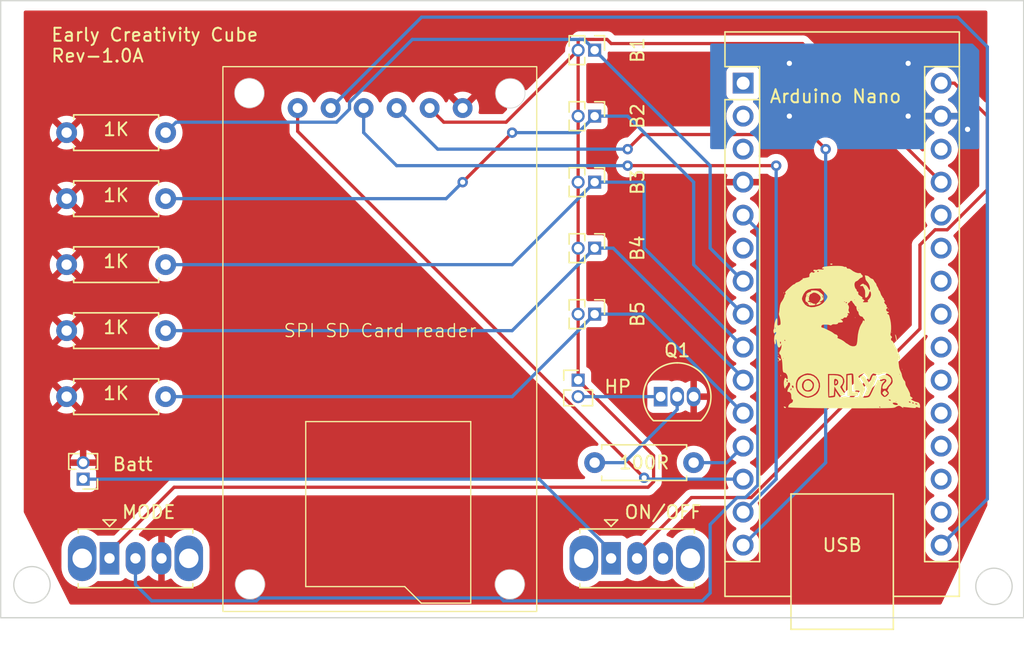
<source format=kicad_pcb>
(kicad_pcb (version 20221018) (generator pcbnew)
  (layers (0 "F.Cu" signal) (31 "B.Cu" signal) (34 "B.Paste" user) (35 "F.Paste" user) (36 "B.SilkS" user "B.Silkscreen") (37 "F.SilkS" user "F.Silkscreen") (38 "B.Mask" user) (39 "F.Mask" user) (44 "Edge.Cuts" user))
  (net 0 "")
  (net 4 "GND")
  (net 5 "Net-(A1-D2)")
  (net 7 "Net-(A1-D4)")
  (net 8 "Net-(A1-D5)")
  (net 9 "Net-(A1-D6)")
  (net 10 "Net-(A1-D7)")
  (net 11 "Net-(A1-D8)")
  (net 12 "Net-(A1-D9)")
  (net 13 "Net-(A1-D10)")
  (net 14 "Net-(A1-MOSI)")
  (net 15 "Net-(A1-MISO)")
  (net 16 "Net-(A1-SCK)")
  (net 27 "/VCC")
  (net 29 "/Vin")
  (net 30 "Net-(Q1-C)")
  (net 31 "Net-(Q1-B)")
  (net 33 "Net-(BT1-+)")
  (footprint "Resistor_THT:R_Axial_DIN0207_L6.3mm_D2.5mm_P7.62mm_Horizontal" (layer "F.Cu") (at 100.33 67.31)
    (fp_text reference "1K" (at 3.81 -0.254) (layer "F.SilkS"))
    (fp_text value "1k")
    (pad "1" thru_hole circle (at 0 0) (size 1.6 1.6) (drill 0.8) (layers "*.Cu" "*.Mask") (net 4 "GND"))
    (pad "2" thru_hole oval (at 7.62 0) (size 1.6 1.6) (drill 0.8) (layers "*.Cu" "*.Mask") (net 8 "Net-(A1-D5)"))
  )
  (footprint "Button_Switch_THT:SW_Slide_1P2T_CK_OS102011MS2Q" (layer "F.Cu") (at 103.628 94.996)
    (fp_text reference "MODE" (at 3.016 -3.556) (layer "F.SilkS"))
    (fp_text value "SW_SPDT")
    (pad "" thru_hole oval (at -2.1 0) (size 2.2 3.5) (drill 1.5) (layers "*.Cu" "*.Mask"))
    (pad "" thru_hole oval (at 6.1 0) (size 2.2 3.5) (drill 1.5) (layers "*.Cu" "*.Mask"))
    (pad "1" thru_hole rect (at 0 0) (size 1.5 2.5) (drill 0.8) (layers "*.Cu" "*.Mask") (net 27 "/VCC"))
    (pad "2" thru_hole oval (at 2 0) (size 1.5 2.5) (drill 0.8) (layers "*.Cu" "*.Mask") (net 5 "Net-(A1-D2)"))
    (pad "3" thru_hole oval (at 4 0) (size 1.5 2.5) (drill 0.8) (layers "*.Cu" "*.Mask") (net 4 "GND"))
  )
  (footprint "Connector_PinHeader_1.27mm:PinHeader_1x02_P1.27mm_Vertical" (layer "F.Cu") (at 140.97 76.2 -90)
    (fp_text reference "B5" (at 0 -3.302 90) (layer "F.SilkS"))
    (fp_text value "SW_Push")
    (pad "1" thru_hole rect (at 0 0 270) (size 1 1) (drill 0.65) (layers "*.Cu" "*.Mask") (net 11 "Net-(A1-D8)"))
    (pad "2" thru_hole oval (at 0 1.27 270) (size 1 1) (drill 0.65) (layers "*.Cu" "*.Mask") (net 27 "/VCC"))
  )
  (footprint "Resistor_THT:R_Axial_DIN0207_L6.3mm_D2.5mm_P7.62mm_Horizontal" (layer "F.Cu") (at 100.33 72.39)
    (fp_text reference "1K" (at 3.81 -0.254) (layer "F.SilkS"))
    (fp_text value "1k")
    (pad "1" thru_hole circle (at 0 0) (size 1.6 1.6) (drill 0.8) (layers "*.Cu" "*.Mask") (net 4 "GND"))
    (pad "2" thru_hole oval (at 7.62 0) (size 1.6 1.6) (drill 0.8) (layers "*.Cu" "*.Mask") (net 9 "Net-(A1-D6)"))
  )
  (footprint "Resistor_THT:R_Axial_DIN0207_L6.3mm_D2.5mm_P7.62mm_Horizontal" (layer "F.Cu") (at 100.33 82.55)
    (fp_text reference "1K" (at 3.81 -0.254) (layer "F.SilkS"))
    (fp_text value "1k")
    (pad "1" thru_hole circle (at 0 0) (size 1.6 1.6) (drill 0.8) (layers "*.Cu" "*.Mask") (net 4 "GND"))
    (pad "2" thru_hole oval (at 7.62 0) (size 1.6 1.6) (drill 0.8) (layers "*.Cu" "*.Mask") (net 11 "Net-(A1-D8)"))
  )
  (footprint "Connector_PinHeader_1.27mm:PinHeader_1x02_P1.27mm_Vertical" (layer "F.Cu") (at 101.6 88.9 180)
    (fp_text reference "Batt" (at -3.81 1.14) (layer "F.SilkS"))
    (fp_text value "Battery_Cell")
    (pad "1" thru_hole rect (at 0 0 180) (size 1 1) (drill 0.65) (layers "*.Cu" "*.Mask") (net 33 "Net-(BT1-+)"))
    (pad "2" thru_hole oval (at 0 1.27 180) (size 1 1) (drill 0.65) (layers "*.Cu" "*.Mask") (net 4 "GND"))
  )
  (footprint "custom:SD_AZDelivery" (layer "F.Cu") (at 124.46 99.06)
    (fp_text reference "SPI SD Card reader" (at 0 -21.59 unlocked) (layer "F.SilkS") (effects (font (thickness 0.1))))
    (fp_text value "~")
    (fp_circle (center -10.065478 -39.872378) (end -9.049478 -39.364378) (stroke (width 0.05)) (fill none) (layer "Edge.Cuts"))
    (fp_circle (center -10.014678 -2.063022) (end -8.998678 -1.555022) (stroke (width 0.05)) (fill none) (layer "Edge.Cuts"))
    (fp_circle (center 9.9822 -2.063022) (end 10.9982 -1.555022) (stroke (width 0.05)) (fill none) (layer "Edge.Cuts"))
    (fp_circle (center 10.014678 -39.858222) (end 11.030678 -39.350222) (stroke (width 0.05)) (fill none) (layer "Edge.Cuts"))
    (pad "1" thru_hole circle (at 6.35 -38.7223) (size 1.524 1.524) (drill 0.762) (layers "*.Cu" "*.Mask") (net 4 "GND"))
    (pad "2" thru_hole circle (at 3.81 -38.7223) (size 1.524 1.524) (drill 0.762) (layers "*.Cu" "*.Mask") (net 27 "/VCC"))
    (pad "3" thru_hole circle (at 1.27 -38.7223) (size 1.524 1.524) (drill 0.762) (layers "*.Cu" "*.Mask") (net 15 "Net-(A1-MISO)"))
    (pad "4" thru_hole circle (at -1.27 -38.7223) (size 1.524 1.524) (drill 0.762) (layers "*.Cu" "*.Mask") (net 14 "Net-(A1-MOSI)"))
    (pad "5" thru_hole circle (at -3.81 -38.7223) (size 1.524 1.524) (drill 0.762) (layers "*.Cu" "*.Mask") (net 16 "Net-(A1-SCK)"))
    (pad "6" thru_hole circle (at -6.35 -38.7223) (size 1.524 1.524) (drill 0.762) (layers "*.Cu" "*.Mask") (net 13 "Net-(A1-D10)"))
  )
  (footprint "Resistor_THT:R_Axial_DIN0207_L6.3mm_D2.5mm_P7.62mm_Horizontal" (layer "F.Cu") (at 100.33 77.47)
    (fp_text reference "1K" (at 3.81 -0.254) (layer "F.SilkS"))
    (fp_text value "1k")
    (pad "1" thru_hole circle (at 0 0) (size 1.6 1.6) (drill 0.8) (layers "*.Cu" "*.Mask") (net 4 "GND"))
    (pad "2" thru_hole oval (at 7.62 0) (size 1.6 1.6) (drill 0.8) (layers "*.Cu" "*.Mask") (net 10 "Net-(A1-D7)"))
  )
  (footprint "Connector_PinHeader_1.27mm:PinHeader_1x02_P1.27mm_Vertical" (layer "F.Cu") (at 140.97 60.96 -90)
    (fp_text reference "B2" (at 0 -3.302 90) (layer "F.SilkS"))
    (fp_text value "SW_Push")
    (pad "1" thru_hole rect (at 0 0 270) (size 1 1) (drill 0.65) (layers "*.Cu" "*.Mask") (net 8 "Net-(A1-D5)"))
    (pad "2" thru_hole oval (at 0 1.27 270) (size 1 1) (drill 0.65) (layers "*.Cu" "*.Mask") (net 27 "/VCC"))
  )
  (footprint "LOGO" (layer "F.Cu") (at 160.01 77.47)
    (fp_text reference "G***" hide)
    (fp_text value "LOGO" hide)
  )
  (footprint "Connector_PinHeader_1.27mm:PinHeader_1x02_P1.27mm_Vertical" (layer "F.Cu") (at 140.97 55.88 -90)
    (fp_text reference "B1" (at 0 -3.302 90) (layer "F.SilkS"))
    (fp_text value "SW_Push")
    (pad "1" thru_hole rect (at 0 0 270) (size 1 1) (drill 0.65) (layers "*.Cu" "*.Mask") (net 7 "Net-(A1-D4)"))
    (pad "2" thru_hole oval (at 0 1.27 270) (size 1 1) (drill 0.65) (layers "*.Cu" "*.Mask") (net 27 "/VCC"))
  )
  (footprint "Package_TO_SOT_THT:TO-92_Inline" (layer "F.Cu") (at 146.05 82.55)
    (fp_text reference "Q1" (at 1.27 -3.56) (layer "F.SilkS"))
    (fp_text value "BC337")
    (pad "1" thru_hole rect (at 0 0) (size 1.05 1.5) (drill 0.75) (layers "*.Cu" "*.Mask") (net 30 "Net-(Q1-C)"))
    (pad "2" thru_hole oval (at 1.27 0) (size 1.05 1.5) (drill 0.75) (layers "*.Cu" "*.Mask") (net 31 "Net-(Q1-B)"))
    (pad "3" thru_hole oval (at 2.54 0) (size 1.05 1.5) (drill 0.75) (layers "*.Cu" "*.Mask") (net 4 "GND"))
  )
  (footprint "Connector_PinHeader_1.27mm:PinHeader_1x02_P1.27mm_Vertical" (layer "F.Cu") (at 140.97 71.12 -90)
    (fp_text reference "B4" (at 0 -3.302 90) (layer "F.SilkS"))
    (fp_text value "SW_Push")
    (pad "1" thru_hole rect (at 0 0 270) (size 1 1) (drill 0.65) (layers "*.Cu" "*.Mask") (net 10 "Net-(A1-D7)"))
    (pad "2" thru_hole oval (at 0 1.27 270) (size 1 1) (drill 0.65) (layers "*.Cu" "*.Mask") (net 27 "/VCC"))
  )
  (footprint "Connector_PinHeader_1.27mm:PinHeader_1x02_P1.27mm_Vertical" (layer "F.Cu") (at 140.97 66.04 -90)
    (fp_text reference "B3" (at 0 -3.302 90) (layer "F.SilkS"))
    (fp_text value "SW_Push")
    (pad "1" thru_hole rect (at 0 0 270) (size 1 1) (drill 0.65) (layers "*.Cu" "*.Mask") (net 9 "Net-(A1-D6)"))
    (pad "2" thru_hole oval (at 0 1.27 270) (size 1 1) (drill 0.65) (layers "*.Cu" "*.Mask") (net 27 "/VCC"))
  )
  (footprint "Resistor_THT:R_Axial_DIN0207_L6.3mm_D2.5mm_P7.62mm_Horizontal" (layer "F.Cu") (at 148.59 87.63 180)
    (fp_text reference "100R" (at 3.81 0) (layer "F.SilkS"))
    (fp_text value "100R")
    (pad "1" thru_hole circle (at 0 0 180) (size 1.6 1.6) (drill 0.8) (layers "*.Cu" "*.Mask") (net 12 "Net-(A1-D9)"))
    (pad "2" thru_hole oval (at 7.62 0 180) (size 1.6 1.6) (drill 0.8) (layers "*.Cu" "*.Mask") (net 31 "Net-(Q1-B)"))
  )
  (footprint "Module:Arduino_Nano" (layer "F.Cu") (at 152.4 58.42)
    (fp_text reference "Arduino Nano" (at 7.112 1.016) (layer "F.SilkS"))
    (fp_text value "Arduino_Nano_Every")
    (fp_text user "USB" (at 7.62 35.56 unlocked) (layer "F.SilkS"))
    (pad "1" thru_hole rect (at 0 0) (size 1.6 1.6) (drill 1) (layers "*.Cu" "*.Mask"))
    (pad "2" thru_hole oval (at 0 2.54) (size 1.6 1.6) (drill 1) (layers "*.Cu" "*.Mask"))
    (pad "3" thru_hole oval (at 0 5.08) (size 1.6 1.6) (drill 1) (layers "*.Cu" "*.Mask"))
    (pad "4" thru_hole oval (at 0 7.62) (size 1.6 1.6) (drill 1) (layers "*.Cu" "*.Mask") (net 4 "GND"))
    (pad "5" thru_hole oval (at 0 10.16) (size 1.6 1.6) (drill 1) (layers "*.Cu" "*.Mask") (net 5 "Net-(A1-D2)"))
    (pad "6" thru_hole oval (at 0 12.7) (size 1.6 1.6) (drill 1) (layers "*.Cu" "*.Mask"))
    (pad "7" thru_hole oval (at 0 15.24) (size 1.6 1.6) (drill 1) (layers "*.Cu" "*.Mask") (net 7 "Net-(A1-D4)"))
    (pad "8" thru_hole oval (at 0 17.78) (size 1.6 1.6) (drill 1) (layers "*.Cu" "*.Mask") (net 8 "Net-(A1-D5)"))
    (pad "9" thru_hole oval (at 0 20.32) (size 1.6 1.6) (drill 1) (layers "*.Cu" "*.Mask") (net 9 "Net-(A1-D6)"))
    (pad "10" thru_hole oval (at 0 22.86) (size 1.6 1.6) (drill 1) (layers "*.Cu" "*.Mask") (net 10 "Net-(A1-D7)"))
    (pad "11" thru_hole oval (at 0 25.4) (size 1.6 1.6) (drill 1) (layers "*.Cu" "*.Mask") (net 11 "Net-(A1-D8)"))
    (pad "12" thru_hole oval (at 0 27.94) (size 1.6 1.6) (drill 1) (layers "*.Cu" "*.Mask") (net 12 "Net-(A1-D9)"))
    (pad "13" thru_hole oval (at 0 30.48) (size 1.6 1.6) (drill 1) (layers "*.Cu" "*.Mask") (net 13 "Net-(A1-D10)"))
    (pad "14" thru_hole oval (at 0 33.02) (size 1.6 1.6) (drill 1) (layers "*.Cu" "*.Mask") (net 14 "Net-(A1-MOSI)"))
    (pad "15" thru_hole oval (at 0 35.56) (size 1.6 1.6) (drill 1) (layers "*.Cu" "*.Mask") (net 15 "Net-(A1-MISO)"))
    (pad "16" thru_hole oval (at 15.24 35.56) (size 1.6 1.6) (drill 1) (layers "*.Cu" "*.Mask") (net 16 "Net-(A1-SCK)"))
    (pad "17" thru_hole oval (at 15.24 33.02) (size 1.6 1.6) (drill 1) (layers "*.Cu" "*.Mask"))
    (pad "18" thru_hole oval (at 15.24 30.48) (size 1.6 1.6) (drill 1) (layers "*.Cu" "*.Mask"))
    (pad "19" thru_hole oval (at 15.24 27.94) (size 1.6 1.6) (drill 1) (layers "*.Cu" "*.Mask"))
    (pad "20" thru_hole oval (at 15.24 25.4) (size 1.6 1.6) (drill 1) (layers "*.Cu" "*.Mask"))
    (pad "21" thru_hole oval (at 15.24 22.86) (size 1.6 1.6) (drill 1) (layers "*.Cu" "*.Mask"))
    (pad "22" thru_hole oval (at 15.24 20.32) (size 1.6 1.6) (drill 1) (layers "*.Cu" "*.Mask"))
    (pad "23" thru_hole oval (at 15.24 17.78) (size 1.6 1.6) (drill 1) (layers "*.Cu" "*.Mask"))
    (pad "24" thru_hole oval (at 15.24 15.24) (size 1.6 1.6) (drill 1) (layers "*.Cu" "*.Mask"))
    (pad "25" thru_hole oval (at 15.24 12.7) (size 1.6 1.6) (drill 1) (layers "*.Cu" "*.Mask"))
    (pad "26" thru_hole oval (at 15.24 10.16) (size 1.6 1.6) (drill 1) (layers "*.Cu" "*.Mask"))
    (pad "27" thru_hole oval (at 15.24 7.62) (size 1.6 1.6) (drill 1) (layers "*.Cu" "*.Mask") (net 27 "/VCC"))
    (pad "28" thru_hole oval (at 15.24 5.08) (size 1.6 1.6) (drill 1) (layers "*.Cu" "*.Mask"))
    (pad "29" thru_hole oval (at 15.24 2.54) (size 1.6 1.6) (drill 1) (layers "*.Cu" "*.Mask") (net 4 "GND"))
    (pad "30" thru_hole oval (at 15.24 0) (size 1.6 1.6) (drill 1) (layers "*.Cu" "*.Mask") (net 29 "/Vin"))
  )
  (footprint "Connector_PinHeader_1.27mm:PinHeader_1x02_P1.27mm_Vertical" (layer "F.Cu") (at 139.7 81.28)
    (fp_text reference "HP" (at 3.048 0.508) (layer "F.SilkS"))
    (fp_text value "Speaker")
    (pad "1" thru_hole rect (at 0 0) (size 1 1) (drill 0.65) (layers "*.Cu" "*.Mask") (net 27 "/VCC"))
    (pad "2" thru_hole oval (at 0 1.27) (size 1 1) (drill 0.65) (layers "*.Cu" "*.Mask") (net 30 "Net-(Q1-C)"))
  )
  (footprint "Button_Switch_THT:SW_Slide_1P2T_CK_OS102011MS2Q" (layer "F.Cu") (at 142.236 94.996)
    (fp_text reference "ON/OFF" (at 4 -3.556) (layer "F.SilkS"))
    (fp_text value "SW_SPDT")
    (pad "" thru_hole oval (at -2.1 0) (size 2.2 3.5) (drill 1.5) (layers "*.Cu" "*.Mask"))
    (pad "" thru_hole oval (at 6.1 0) (size 2.2 3.5) (drill 1.5) (layers "*.Cu" "*.Mask"))
    (pad "1" thru_hole rect (at 0 0) (size 1.5 2.5) (drill 0.8) (layers "*.Cu" "*.Mask") (net 33 "Net-(BT1-+)"))
    (pad "2" thru_hole oval (at 2 0) (size 1.5 2.5) (drill 0.8) (layers "*.Cu" "*.Mask") (net 29 "/Vin"))
    (pad "3" thru_hole oval (at 4 0) (size 1.5 2.5) (drill 0.8) (layers "*.Cu" "*.Mask"))
  )
  (footprint "Resistor_THT:R_Axial_DIN0207_L6.3mm_D2.5mm_P7.62mm_Horizontal" (layer "F.Cu") (at 100.33 62.23)
    (fp_text reference "1K" (at 3.81 -0.254) (layer "F.SilkS"))
    (fp_text value "1k")
    (pad "1" thru_hole circle (at 0 0) (size 1.6 1.6) (drill 0.8) (layers "*.Cu" "*.Mask") (net 4 "GND"))
    (pad "2" thru_hole oval (at 7.62 0) (size 1.6 1.6) (drill 0.8) (layers "*.Cu" "*.Mask") (net 7 "Net-(A1-D4)"))
  )
  (gr_rect (start 95.25 52.07) (end 173.99 99.568) (stroke (width 0.1)) (fill none) (layer "Edge.Cuts"))
  (gr_circle (center 171.704 97.152056) (end 172.865322 96.370278) (stroke (width 0.1)) (fill none) (layer "Edge.Cuts"))
  (gr_circle (center 97.660056 97.028) (end 98.821378 96.246222) (stroke (width 0.1)) (fill none) (layer "Edge.Cuts"))
  (gr_text "Early Creativity Cube\nRev-1.0A\n" (at 99.06 56.896) (layer "F.SilkS") (effects (font (size 1 1)) (justify left bottom)))
  (via (at 165.1 56.896) (size 0.8) (drill 0.4) (layers "F.Cu" "B.Cu") (net 4))
  (via (at 169.672 61.976) (size 0.8) (drill 0.4) (layers "F.Cu" "B.Cu") (net 4))
  (via (at 165.1 60.96) (size 0.8) (drill 0.4) (layers "F.Cu" "B.Cu") (net 4))
  (via (at 155.956 56.896) (size 0.8) (drill 0.4) (layers "F.Cu" "B.Cu") (net 4))
  (via (at 155.956 60.96) (size 0.8) (drill 0.4) (layers "F.Cu" "B.Cu") (net 4))
  (segment (start 153.525 69.705) (end 152.4 68.58) (width 0.25) (layer "B.Cu") (net 5))
  (segment (start 149.86 92.389009) (end 151.934009 90.315) (width 0.25) (layer "B.Cu") (net 5))
  (segment (start 153.525 89.365991) (end 153.525 69.705) (width 0.25) (layer "B.Cu") (net 5))
  (segment (start 115.15644 98.044) (end 133.73506 98.044) (width 0.25) (layer "B.Cu") (net 5))
  (segment (start 133.73506 98.044) (end 133.954854 98.263794) (width 0.25) (layer "B.Cu") (net 5))
  (segment (start 149.25746 98.263794) (end 149.86 97.661254) (width 0.25) (layer "B.Cu") (net 5))
  (segment (start 105.628 97.02) (end 106.871794 98.263794) (width 0.25) (layer "B.Cu") (net 5))
  (segment (start 114.936646 98.263794) (end 115.15644 98.044) (width 0.25) (layer "B.Cu") (net 5))
  (segment (start 105.628 94.996) (end 105.628 97.02) (width 0.25) (layer "B.Cu") (net 5))
  (segment (start 149.86 97.661254) (end 149.86 92.389009) (width 0.25) (layer "B.Cu") (net 5))
  (segment (start 152.575991 90.315) (end 153.525 89.365991) (width 0.25) (layer "B.Cu") (net 5))
  (segment (start 133.954854 98.263794) (end 149.25746 98.263794) (width 0.25) (layer "B.Cu") (net 5))
  (segment (start 106.871794 98.263794) (end 114.936646 98.263794) (width 0.25) (layer "B.Cu") (net 5))
  (segment (start 151.934009 90.315) (end 152.575991 90.315) (width 0.25) (layer "B.Cu") (net 5))
  (segment (start 122.103 59.887449) (end 126.935449 55.055) (width 0.25) (layer "B.Cu") (net 7))
  (segment (start 140.145 55.055) (end 140.97 55.88) (width 0.25) (layer "B.Cu") (net 7))
  (segment (start 107.95 62.23) (end 108.7553 61.4247) (width 0.25) (layer "B.Cu") (net 7))
  (segment (start 126.935449 55.055) (end 140.145 55.055) (width 0.25) (layer "B.Cu") (net 7))
  (segment (start 121.100251 61.4247) (end 122.103 60.421951) (width 0.25) (layer "B.Cu") (net 7))
  (segment (start 122.103 60.421951) (end 122.103 59.887449) (width 0.25) (layer "B.Cu") (net 7))
  (segment (start 140.97 55.88) (end 149.86 64.77) (width 0.25) (layer "B.Cu") (net 7))
  (segment (start 149.86 64.77) (end 149.86 71.12) (width 0.25) (layer "B.Cu") (net 7))
  (segment (start 108.7553 61.4247) (end 121.100251 61.4247) (width 0.25) (layer "B.Cu") (net 7))
  (segment (start 149.86 71.12) (end 152.4 73.66) (width 0.25) (layer "B.Cu") (net 7))
  (segment (start 130.81 66.04) (end 134.62 62.23) (width 0.25) (layer "F.Cu") (net 8))
  (via (at 134.62 62.23) (size 0.8) (drill 0.4) (layers "F.Cu" "B.Cu") (net 8))
  (via (at 130.81 66.04) (size 0.8) (drill 0.4) (layers "F.Cu" "B.Cu") (net 8))
  (segment (start 107.95 67.31) (end 129.54 67.31) (width 0.25) (layer "B.Cu") (net 8))
  (segment (start 140.97 60.96) (end 143.51 60.96) (width 0.25) (layer "B.Cu") (net 8))
  (segment (start 148.59 72.39) (end 152.4 76.2) (width 0.25) (layer "B.Cu") (net 8))
  (segment (start 134.62 62.23) (end 139.7 62.23) (width 0.25) (layer "B.Cu") (net 8))
  (segment (start 148.59 66.04) (end 148.59 72.39) (width 0.25) (layer "B.Cu") (net 8))
  (segment (start 139.7 62.23) (end 140.97 60.96) (width 0.25) (layer "B.Cu") (net 8))
  (segment (start 129.54 67.31) (end 130.81 66.04) (width 0.25) (layer "B.Cu") (net 8))
  (segment (start 143.51 60.96) (end 148.59 66.04) (width 0.25) (layer "B.Cu") (net 8))
  (segment (start 107.95 72.39) (end 134.62 72.39) (width 0.25) (layer "B.Cu") (net 9))
  (segment (start 134.62 72.39) (end 140.97 66.04) (width 0.25) (layer "B.Cu") (net 9))
  (segment (start 144.78 71.12) (end 152.4 78.74) (width 0.25) (layer "B.Cu") (net 9))
  (segment (start 144.78 66.04) (end 144.78 71.12) (width 0.25) (layer "B.Cu") (net 9))
  (segment (start 140.97 66.04) (end 144.78 66.04) (width 0.25) (layer "B.Cu") (net 9))
  (segment (start 142.397082 71.12) (end 152.4 81.122918) (width 0.25) (layer "B.Cu") (net 10))
  (segment (start 134.62 77.47) (end 140.97 71.12) (width 0.25) (layer "B.Cu") (net 10))
  (segment (start 152.4 81.122918) (end 152.4 81.28) (width 0.25) (layer "B.Cu") (net 10))
  (segment (start 107.95 77.47) (end 134.62 77.47) (width 0.25) (layer "B.Cu") (net 10))
  (segment (start 140.97 71.12) (end 142.397082 71.12) (width 0.25) (layer "B.Cu") (net 10))
  (segment (start 140.97 76.2) (end 144.78 76.2) (width 0.25) (layer "B.Cu") (net 11))
  (segment (start 107.95 82.55) (end 134.62 82.55) (width 0.25) (layer "B.Cu") (net 11))
  (segment (start 144.78 76.2) (end 152.4 83.82) (width 0.25) (layer "B.Cu") (net 11))
  (segment (start 134.62 82.55) (end 140.97 76.2) (width 0.25) (layer "B.Cu") (net 11))
  (segment (start 151.13 87.63) (end 152.4 86.36) (width 0.25) (layer "B.Cu") (net 12))
  (segment (start 148.59 87.63) (end 151.13 87.63) (width 0.25) (layer "B.Cu") (net 12))
  (segment (start 118.11 62.126727) (end 144.78 88.796727) (width 0.25) (layer "F.Cu") (net 13))
  (segment (start 118.11 60.3377) (end 118.11 62.126727) (width 0.25) (layer "F.Cu") (net 13))
  (via (at 144.78 88.796727) (size 0.8) (drill 0.4) (layers "F.Cu" "B.Cu") (net 13))
  (segment (start 144.78 88.796727) (end 144.883273 88.9) (width 0.25) (layer "B.Cu") (net 13))
  (segment (start 144.883273 88.9) (end 152.4 88.9) (width 0.25) (layer "B.Cu") (net 13))
  (segment (start 143.51 64.77) (end 154.94 64.77) (width 0.25) (layer "F.Cu") (net 14))
  (via (at 154.94 64.77) (size 0.8) (drill 0.4) (layers "F.Cu" "B.Cu") (net 14))
  (via (at 143.51 64.77) (size 0.8) (drill 0.4) (layers "F.Cu" "B.Cu") (net 14))
  (segment (start 125.73 64.77) (end 143.51 64.77) (width 0.25) (layer "B.Cu") (net 14))
  (segment (start 154.94 64.77) (end 154.94 88.9) (width 0.25) (layer "B.Cu") (net 14))
  (segment (start 154.94 88.9) (end 152.4 91.44) (width 0.25) (layer "B.Cu") (net 14))
  (segment (start 123.19 60.3377) (end 123.19 62.23) (width 0.25) (layer "B.Cu") (net 14))
  (segment (start 123.19 62.23) (end 125.73 64.77) (width 0.25) (layer "B.Cu") (net 14))
  (segment (start 143.51 63.5) (end 144.635 62.375) (width 0.25) (layer "F.Cu") (net 15))
  (segment (start 157.625 62.375) (end 158.75 63.5) (width 0.25) (layer "F.Cu") (net 15))
  (segment (start 144.635 62.375) (end 157.625 62.375) (width 0.25) (layer "F.Cu") (net 15))
  (via (at 143.51 63.5) (size 0.8) (drill 0.4) (layers "F.Cu" "B.Cu") (net 15))
  (via (at 158.75 63.5) (size 0.8) (drill 0.4) (layers "F.Cu" "B.Cu") (net 15))
  (segment (start 125.73 60.3377) (end 128.8923 63.5) (width 0.25) (layer "B.Cu") (net 15))
  (segment (start 158.75 63.5) (end 158.75 87.63) (width 0.25) (layer "B.Cu") (net 15))
  (segment (start 128.8923 63.5) (end 143.51 63.5) (width 0.25) (layer "B.Cu") (net 15))
  (segment (start 158.75 87.63) (end 152.4 93.98) (width 0.25) (layer "B.Cu") (net 15))
  (segment (start 171.196 90.424) (end 167.64 93.98) (width 0.25) (layer "B.Cu") (net 16))
  (segment (start 127.6477 53.34) (end 168.91 53.34) (width 0.25) (layer "B.Cu") (net 16))
  (segment (start 171.196 55.626) (end 171.196 90.424) (width 0.25) (layer "B.Cu") (net 16))
  (segment (start 168.91 53.34) (end 171.196 55.626) (width 0.25) (layer "B.Cu") (net 16))
  (segment (start 120.65 60.3377) (end 127.6477 53.34) (width 0.25) (layer "B.Cu") (net 16))
  (segment (start 139.7 66.04) (end 139.7 71.12) (width 0.25) (layer "F.Cu") (net 27))
  (segment (start 139.7 76.2) (end 139.7 81.28) (width 0.25) (layer "F.Cu") (net 27))
  (segment (start 128.27 60.3377) (end 129.357 61.4247) (width 0.25) (layer "F.Cu") (net 27))
  (segment (start 139.7 81.28) (end 145.505 87.085) (width 0.25) (layer "F.Cu") (net 27))
  (segment (start 145.505 87.085) (end 145.505 89.097032) (width 0.25) (layer "F.Cu") (net 27))
  (segment (start 139.7 60.96) (end 139.7 66.04) (width 0.25) (layer "F.Cu") (net 27))
  (segment (start 108.602273 89.521727) (end 103.628 94.496) (width 0.25) (layer "F.Cu") (net 27))
  (segment (start 145.080305 89.521727) (end 108.602273 89.521727) (width 0.25) (layer "F.Cu") (net 27))
  (segment (start 139.7 71.12) (end 139.7 76.2) (width 0.25) (layer "F.Cu") (net 27))
  (segment (start 142.24 55.372) (end 141.923 55.055) (width 0.25) (layer "F.Cu") (net 27))
  (segment (start 167.64 66.04) (end 156.972 55.372) (width 0.25) (layer "F.Cu") (net 27))
  (segment (start 103.628 94.496) (end 103.628 94.996) (width 0.25) (layer "F.Cu") (net 27))
  (segment (start 141.923 55.055) (end 139.817894 55.055) (width 0.25) (layer "F.Cu") (net 27))
  (segment (start 139.817894 55.055) (end 139.7 55.172894) (width 0.25) (layer "F.Cu") (net 27))
  (segment (start 156.972 55.372) (end 142.24 55.372) (width 0.25) (layer "F.Cu") (net 27))
  (segment (start 145.505 89.097032) (end 145.080305 89.521727) (width 0.25) (layer "F.Cu") (net 27))
  (segment (start 129.357 61.4247) (end 134.1553 61.4247) (width 0.25) (layer "F.Cu") (net 27))
  (segment (start 139.7 55.88) (end 139.7 60.96) (width 0.25) (layer "F.Cu") (net 27))
  (segment (start 134.1553 61.4247) (end 139.7 55.88) (width 0.25) (layer "F.Cu") (net 27))
  (segment (start 139.7 55.172894) (end 139.7 55.88) (width 0.25) (layer "F.Cu") (net 27))
  (segment (start 167.174009 69.705) (end 166.007 70.872009) (width 0.25) (layer "F.Cu") (net 29))
  (segment (start 166.007 70.872009) (end 166.007 77.325) (width 0.25) (layer "F.Cu") (net 29))
  (segment (start 166.007 77.325) (end 153.017 90.315) (width 0.25) (layer "F.Cu") (net 29))
  (segment (start 171.196 66.614991) (end 168.105991 69.705) (width 0.25) (layer "F.Cu") (net 29))
  (segment (start 171.196 60.96) (end 171.196 66.614991) (width 0.25) (layer "F.Cu") (net 29))
  (segment (start 167.64 58.42) (end 168.656 58.42) (width 0.25) (layer "F.Cu") (net 29))
  (segment (start 144.236 94.496) (end 144.236 94.996) (width 0.25) (layer "F.Cu") (net 29))
  (segment (start 168.656 58.42) (end 171.196 60.96) (width 0.25) (layer "F.Cu") (net 29))
  (segment (start 148.417 90.315) (end 144.236 94.496) (width 0.25) (layer "F.Cu") (net 29))
  (segment (start 153.017 90.315) (end 148.417 90.315) (width 0.25) (layer "F.Cu") (net 29))
  (segment (start 168.105991 69.705) (end 167.174009 69.705) (width 0.25) (layer "F.Cu") (net 29))
  (segment (start 139.7 82.55) (end 146.05 82.55) (width 0.25) (layer "B.Cu") (net 30))
  (segment (start 143.24 87.63) (end 140.97 87.63) (width 0.25) (layer "B.Cu") (net 31))
  (segment (start 147.32 83.55) (end 143.24 87.63) (width 0.25) (layer "B.Cu") (net 31))
  (segment (start 147.32 82.55) (end 147.32 83.55) (width 0.25) (layer "B.Cu") (net 31))
  (segment (start 142.236 94.996) (end 142.236 94.430746) (width 0.25) (layer "B.Cu") (net 33))
  (segment (start 136.705254 88.9) (end 101.6 88.9) (width 0.25) (layer "B.Cu") (net 33))
  (segment (start 142.236 94.430746) (end 136.705254 88.9) (width 0.25) (layer "B.Cu") (net 33))
  (zone (net 4) (net_name "GND") (layer "F.Cu") (connect_pads (clearance 0.5)) (min_thickness 0.25) (fill yes (thermal_gap 0.5) (thermal_bridge_width 0.5))
    (polygon (pts (xy 97.028 52.832) (xy 171.196 52.832) (xy 171.196 90.932) (xy 167.64 98.552) (xy 100.584 98.552) (xy 97.028 91.44)))
  )
  (zone (net 4) (net_name "GND") (layer "B.Cu") (priority 1) (connect_pads (clearance 0.5)) (min_thickness 0.25) (fill yes (thermal_gap 0.5) (thermal_bridge_width 0.5))
    (polygon (pts (xy 149.86 55.372) (xy 171.196 55.372) (xy 171.196 63.5) (xy 149.86 63.5)))
  )
)
</source>
